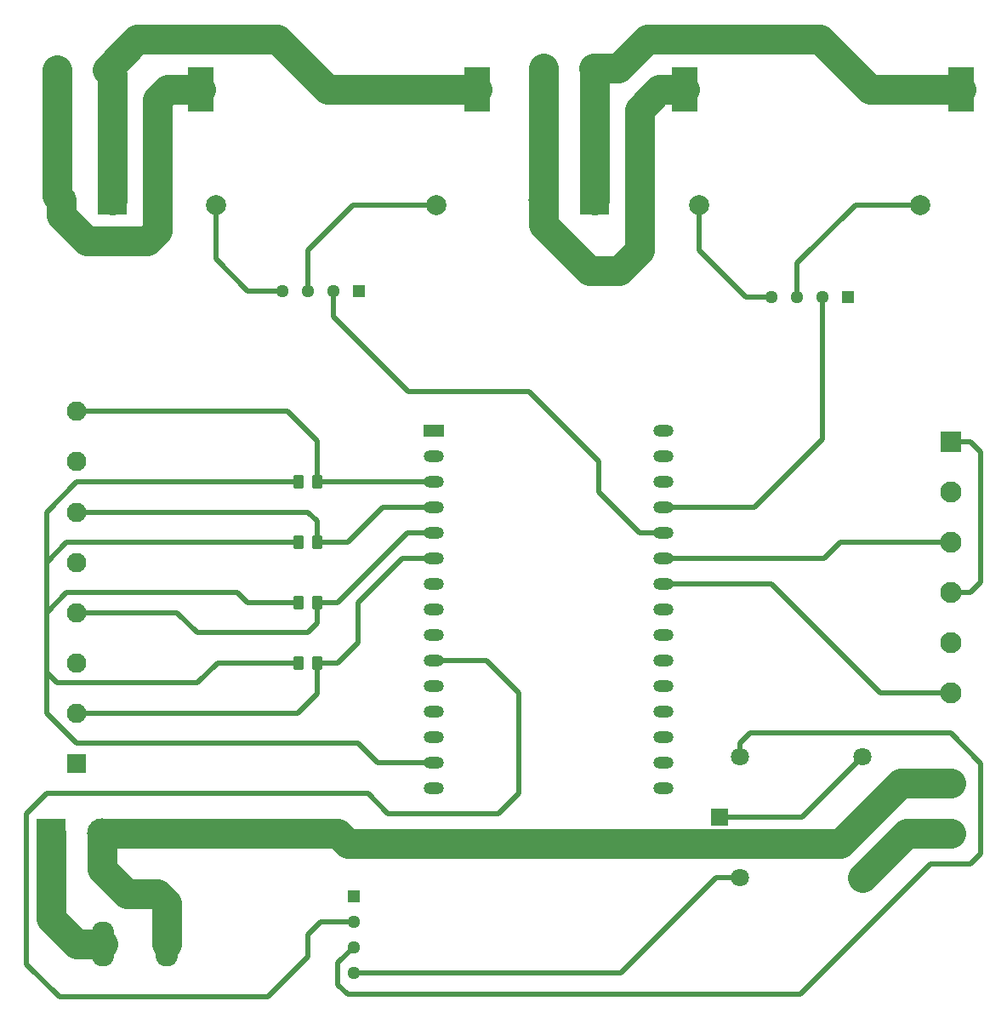
<source format=gbr>
G04 #@! TF.GenerationSoftware,KiCad,Pcbnew,8.0.3*
G04 #@! TF.CreationDate,2024-07-17T14:24:22-06:00*
G04 #@! TF.ProjectId,coilSafety,636f696c-5361-4666-9574-792e6b696361,v2*
G04 #@! TF.SameCoordinates,Original*
G04 #@! TF.FileFunction,Copper,L1,Top*
G04 #@! TF.FilePolarity,Positive*
%FSLAX46Y46*%
G04 Gerber Fmt 4.6, Leading zero omitted, Abs format (unit mm)*
G04 Created by KiCad (PCBNEW 8.0.3) date 2024-07-17 14:24:22*
%MOMM*%
%LPD*%
G01*
G04 APERTURE LIST*
G04 Aperture macros list*
%AMRoundRect*
0 Rectangle with rounded corners*
0 $1 Rounding radius*
0 $2 $3 $4 $5 $6 $7 $8 $9 X,Y pos of 4 corners*
0 Add a 4 corners polygon primitive as box body*
4,1,4,$2,$3,$4,$5,$6,$7,$8,$9,$2,$3,0*
0 Add four circle primitives for the rounded corners*
1,1,$1+$1,$2,$3*
1,1,$1+$1,$4,$5*
1,1,$1+$1,$6,$7*
1,1,$1+$1,$8,$9*
0 Add four rect primitives between the rounded corners*
20,1,$1+$1,$2,$3,$4,$5,0*
20,1,$1+$1,$4,$5,$6,$7,0*
20,1,$1+$1,$6,$7,$8,$9,0*
20,1,$1+$1,$8,$9,$2,$3,0*%
G04 Aperture macros list end*
G04 #@! TA.AperFunction,ComponentPad*
%ADD10R,1.950000X1.950000*%
G04 #@! TD*
G04 #@! TA.AperFunction,ComponentPad*
%ADD11C,1.950000*%
G04 #@! TD*
G04 #@! TA.AperFunction,ComponentPad*
%ADD12R,3.000000X3.000000*%
G04 #@! TD*
G04 #@! TA.AperFunction,ComponentPad*
%ADD13C,3.000000*%
G04 #@! TD*
G04 #@! TA.AperFunction,SMDPad,CuDef*
%ADD14RoundRect,0.250000X0.262500X0.450000X-0.262500X0.450000X-0.262500X-0.450000X0.262500X-0.450000X0*%
G04 #@! TD*
G04 #@! TA.AperFunction,ComponentPad*
%ADD15C,2.000000*%
G04 #@! TD*
G04 #@! TA.AperFunction,ComponentPad*
%ADD16R,2.500000X4.500000*%
G04 #@! TD*
G04 #@! TA.AperFunction,ComponentPad*
%ADD17R,1.288000X1.288000*%
G04 #@! TD*
G04 #@! TA.AperFunction,ComponentPad*
%ADD18C,1.288000*%
G04 #@! TD*
G04 #@! TA.AperFunction,ComponentPad*
%ADD19R,2.000000X1.200000*%
G04 #@! TD*
G04 #@! TA.AperFunction,ComponentPad*
%ADD20O,2.000000X1.200000*%
G04 #@! TD*
G04 #@! TA.AperFunction,ComponentPad*
%ADD21R,1.803400X1.803400*%
G04 #@! TD*
G04 #@! TA.AperFunction,ComponentPad*
%ADD22C,1.803400*%
G04 #@! TD*
G04 #@! TA.AperFunction,ComponentPad*
%ADD23O,2.250000X4.500000*%
G04 #@! TD*
G04 #@! TA.AperFunction,ComponentPad*
%ADD24R,2.100000X2.100000*%
G04 #@! TD*
G04 #@! TA.AperFunction,ComponentPad*
%ADD25C,2.100000*%
G04 #@! TD*
G04 #@! TA.AperFunction,Conductor*
%ADD26C,0.500000*%
G04 #@! TD*
G04 #@! TA.AperFunction,Conductor*
%ADD27C,3.000000*%
G04 #@! TD*
G04 APERTURE END LIST*
D10*
X106000000Y-57000000D03*
D11*
X111000000Y-57000000D03*
D12*
X159540000Y-70000000D03*
D13*
X154460000Y-70000000D03*
D12*
X111540000Y-70000000D03*
D13*
X106460000Y-70000000D03*
D14*
X131912500Y-98000000D03*
X130087500Y-98000000D03*
D10*
X154500000Y-56837500D03*
D11*
X159500000Y-56837500D03*
D15*
X170000000Y-70500000D03*
X192000000Y-70500000D03*
D16*
X196000000Y-59000000D03*
X168500000Y-59000000D03*
D17*
X136080000Y-79000000D03*
D18*
X133540000Y-79000000D03*
X131000000Y-79000000D03*
X128460000Y-79000000D03*
D17*
X135600000Y-139190000D03*
D18*
X135600000Y-141730000D03*
X135600000Y-144270000D03*
X135600000Y-146810000D03*
D10*
X108000000Y-126000000D03*
D11*
X108000000Y-121000000D03*
X108000000Y-116000000D03*
X108000000Y-111000000D03*
X108000000Y-106000000D03*
X108000000Y-101000000D03*
X108000000Y-96000000D03*
X108000000Y-91000000D03*
D12*
X105460000Y-133000000D03*
D13*
X110540000Y-133000000D03*
D14*
X131912500Y-104000000D03*
X130087500Y-104000000D03*
X131912500Y-110000000D03*
X130087500Y-110000000D03*
X131912500Y-116000000D03*
X130087500Y-116000000D03*
D19*
X143546000Y-92900260D03*
D20*
X143546000Y-95440260D03*
X143546000Y-97980260D03*
X143546000Y-100520260D03*
X143546000Y-103060260D03*
X143546000Y-105600260D03*
X143546000Y-108140260D03*
X143546000Y-110680260D03*
X143546000Y-113220260D03*
X143546000Y-115760260D03*
X143546000Y-118300260D03*
X143546000Y-120840260D03*
X143546000Y-123380260D03*
X143546000Y-125920260D03*
X143546000Y-128460260D03*
X166406000Y-128460260D03*
X166406000Y-125920260D03*
X166406000Y-123380260D03*
X166406000Y-120840260D03*
X166406000Y-118300260D03*
X166406000Y-115760260D03*
X166406000Y-113220260D03*
X166406000Y-110680260D03*
X166406000Y-108140260D03*
X166406000Y-105600260D03*
X166406000Y-103060260D03*
X166406000Y-100520260D03*
X166406000Y-97980260D03*
X166406000Y-95440260D03*
X166406000Y-92900260D03*
D17*
X184810000Y-79600000D03*
D18*
X182270000Y-79600000D03*
X179730000Y-79600000D03*
X177190000Y-79600000D03*
D21*
X172024400Y-131365000D03*
D22*
X174031000Y-137359400D03*
X186223000Y-137359400D03*
X186223000Y-125370600D03*
X174031000Y-125370600D03*
D23*
X116937500Y-144000000D03*
X110637500Y-144000000D03*
D24*
X195000000Y-94000000D03*
D25*
X195000000Y-99000000D03*
X195000000Y-104000000D03*
X195000000Y-109000000D03*
X195000000Y-114000000D03*
X195000000Y-119000000D03*
D10*
X195000000Y-128000000D03*
D11*
X195000000Y-133000000D03*
D15*
X121837500Y-70500000D03*
X143837500Y-70500000D03*
D16*
X147837500Y-59000000D03*
X120337500Y-59000000D03*
D26*
X180228600Y-131365000D02*
X186223000Y-125370600D01*
D27*
X105460000Y-141460000D02*
X105460000Y-133000000D01*
X108000000Y-144000000D02*
X105460000Y-141460000D01*
X110637500Y-144000000D02*
X108000000Y-144000000D01*
D26*
X172024400Y-131365000D02*
X180228600Y-131365000D01*
D27*
X134966700Y-133966700D02*
X184033300Y-133966700D01*
X134000000Y-133000000D02*
X134966700Y-133966700D01*
X116000000Y-139000000D02*
X113000000Y-139000000D01*
X116937500Y-139937500D02*
X116000000Y-139000000D01*
X110540000Y-136540000D02*
X110540000Y-133000000D01*
X113000000Y-139000000D02*
X110540000Y-136540000D01*
X110540000Y-133000000D02*
X134000000Y-133000000D01*
X184033300Y-133966700D02*
X190000000Y-128000000D01*
X116937500Y-144000000D02*
X116937500Y-139937500D01*
X190000000Y-128000000D02*
X195000000Y-128000000D01*
D26*
X134000000Y-110000000D02*
X140939740Y-103060260D01*
X118000000Y-111000000D02*
X120000000Y-113000000D01*
X131912500Y-112087500D02*
X131912500Y-110000000D01*
X131912500Y-110000000D02*
X134000000Y-110000000D01*
X108000000Y-111000000D02*
X118000000Y-111000000D01*
X120000000Y-113000000D02*
X131000000Y-113000000D01*
X140939740Y-103060260D02*
X143546000Y-103060260D01*
X131000000Y-113000000D02*
X131912500Y-112087500D01*
X134000000Y-116000000D02*
X136000000Y-114000000D01*
X140399740Y-105600260D02*
X143546000Y-105600260D01*
X136000000Y-110000000D02*
X140399740Y-105600260D01*
X131912500Y-119087500D02*
X131912500Y-116000000D01*
X130000000Y-121000000D02*
X131912500Y-119087500D01*
X136000000Y-114000000D02*
X136000000Y-110000000D01*
X131912500Y-116000000D02*
X134000000Y-116000000D01*
X108000000Y-121000000D02*
X130000000Y-121000000D01*
X131000000Y-101000000D02*
X131912500Y-101912500D01*
X131912500Y-101912500D02*
X131912500Y-104000000D01*
X135000000Y-104000000D02*
X138479740Y-100520260D01*
X138479740Y-100520260D02*
X143546000Y-100520260D01*
X131912500Y-104000000D02*
X135000000Y-104000000D01*
X108000000Y-101000000D02*
X131000000Y-101000000D01*
X133000000Y-98000000D02*
X133019740Y-97980260D01*
X108000000Y-91000000D02*
X129000000Y-91000000D01*
X131912500Y-98000000D02*
X133000000Y-98000000D01*
X129000000Y-91000000D02*
X131912500Y-93912500D01*
X133019740Y-97980260D02*
X143546000Y-97980260D01*
X131912500Y-93912500D02*
X131912500Y-98000000D01*
D27*
X159540000Y-70000000D02*
X159540000Y-56877500D01*
X161877500Y-56877500D02*
X164755000Y-54000000D01*
X187000000Y-59000000D02*
X196000000Y-59000000D01*
X182000000Y-54000000D02*
X187000000Y-59000000D01*
X164755000Y-54000000D02*
X182000000Y-54000000D01*
X159540000Y-56877500D02*
X159500000Y-56837500D01*
X159540000Y-56877500D02*
X161877500Y-56877500D01*
X164000000Y-61000000D02*
X164000000Y-75000000D01*
X168500000Y-59000000D02*
X166000000Y-59000000D01*
X164000000Y-75000000D02*
X162000000Y-77000000D01*
X154460000Y-72460000D02*
X154460000Y-70000000D01*
X154460000Y-70000000D02*
X154460000Y-56877500D01*
X166000000Y-59000000D02*
X164000000Y-61000000D01*
X154460000Y-56877500D02*
X154500000Y-56837500D01*
X162000000Y-77000000D02*
X159000000Y-77000000D01*
X159000000Y-77000000D02*
X154460000Y-72460000D01*
X114000000Y-54000000D02*
X111000000Y-57000000D01*
X111540000Y-70000000D02*
X111540000Y-57540000D01*
X133000000Y-59000000D02*
X128000000Y-54000000D01*
X128000000Y-54000000D02*
X114000000Y-54000000D01*
X147837500Y-59000000D02*
X133000000Y-59000000D01*
X111540000Y-57540000D02*
X111000000Y-57000000D01*
X120337500Y-59000000D02*
X117000000Y-59000000D01*
X115000000Y-74000000D02*
X109000000Y-74000000D01*
X106460000Y-71460000D02*
X106460000Y-70000000D01*
X109000000Y-74000000D02*
X106460000Y-71460000D01*
X106000000Y-57000000D02*
X106000000Y-69540000D01*
X116000000Y-60000000D02*
X116000000Y-73000000D01*
X116000000Y-73000000D02*
X115000000Y-74000000D01*
X106000000Y-69540000D02*
X106460000Y-70000000D01*
X117000000Y-59000000D02*
X116000000Y-60000000D01*
D26*
X195000000Y-109000000D02*
X197000000Y-109000000D01*
X197000000Y-94000000D02*
X195000000Y-94000000D01*
X197000000Y-109000000D02*
X198000000Y-108000000D01*
X198000000Y-95000000D02*
X197000000Y-94000000D01*
X198000000Y-108000000D02*
X198000000Y-95000000D01*
X182399740Y-105600260D02*
X166406000Y-105600260D01*
X184000000Y-104000000D02*
X182399740Y-105600260D01*
X195000000Y-104000000D02*
X184000000Y-104000000D01*
X188000000Y-119000000D02*
X177140260Y-108140260D01*
X177140260Y-108140260D02*
X166406000Y-108140260D01*
X195000000Y-119000000D02*
X188000000Y-119000000D01*
D27*
X186223000Y-137359400D02*
X190582400Y-133000000D01*
X190582400Y-133000000D02*
X195000000Y-133000000D01*
D26*
X135600000Y-146810000D02*
X162190000Y-146810000D01*
X162190000Y-146810000D02*
X171640600Y-137359400D01*
X171640600Y-137359400D02*
X174031000Y-137359400D01*
X193000000Y-136000000D02*
X197000000Y-136000000D01*
X174031000Y-123969000D02*
X174031000Y-125370600D01*
X135600000Y-144270000D02*
X134000000Y-145870000D01*
X175000000Y-123000000D02*
X174031000Y-123969000D01*
X134000000Y-148000000D02*
X135000000Y-149000000D01*
X180000000Y-149000000D02*
X193000000Y-136000000D01*
X198000000Y-126000000D02*
X195000000Y-123000000D01*
X195000000Y-123000000D02*
X175000000Y-123000000D01*
X134000000Y-145870000D02*
X134000000Y-148000000D01*
X197000000Y-136000000D02*
X198000000Y-135000000D01*
X198000000Y-135000000D02*
X198000000Y-126000000D01*
X135000000Y-149000000D02*
X180000000Y-149000000D01*
X153000000Y-89000000D02*
X160000000Y-96000000D01*
X160000000Y-96000000D02*
X160000000Y-99000000D01*
X160000000Y-99000000D02*
X164060260Y-103060260D01*
X141000000Y-89000000D02*
X153000000Y-89000000D01*
X133540000Y-79000000D02*
X133540000Y-81540000D01*
X164060260Y-103060260D02*
X166406000Y-103060260D01*
X133540000Y-81540000D02*
X141000000Y-89000000D01*
X175479740Y-100520260D02*
X166406000Y-100520260D01*
X182270000Y-79600000D02*
X182270000Y-93730000D01*
X182270000Y-93730000D02*
X175479740Y-100520260D01*
X139000000Y-131000000D02*
X150000000Y-131000000D01*
X103000000Y-146000000D02*
X103000000Y-131000000D01*
X106250000Y-149250000D02*
X103000000Y-146000000D01*
X148760260Y-115760260D02*
X143546000Y-115760260D01*
X132270000Y-141730000D02*
X131000000Y-143000000D01*
X105000000Y-129000000D02*
X137000000Y-129000000D01*
X150000000Y-131000000D02*
X152000000Y-129000000D01*
X137000000Y-129000000D02*
X139000000Y-131000000D01*
X103000000Y-131000000D02*
X105000000Y-129000000D01*
X131000000Y-143000000D02*
X131000000Y-145250000D01*
X152000000Y-119000000D02*
X148760260Y-115760260D01*
X135600000Y-141730000D02*
X132270000Y-141730000D01*
X152000000Y-129000000D02*
X152000000Y-119000000D01*
X131000000Y-145250000D02*
X127000000Y-149250000D01*
X127000000Y-149250000D02*
X106250000Y-149250000D01*
X170000000Y-75000000D02*
X170000000Y-70500000D01*
X174600000Y-79600000D02*
X170000000Y-75000000D01*
X177190000Y-79600000D02*
X174600000Y-79600000D01*
X185500000Y-70500000D02*
X192000000Y-70500000D01*
X179730000Y-76270000D02*
X185500000Y-70500000D01*
X179730000Y-79600000D02*
X179730000Y-76270000D01*
X125000000Y-79000000D02*
X121837500Y-75837500D01*
X128460000Y-79000000D02*
X125000000Y-79000000D01*
X121837500Y-75837500D02*
X121837500Y-70500000D01*
X131000000Y-79000000D02*
X131000000Y-75000000D01*
X131000000Y-75000000D02*
X135500000Y-70500000D01*
X135500000Y-70500000D02*
X143837500Y-70500000D01*
X120000000Y-118000000D02*
X106000000Y-118000000D01*
X108000000Y-124000000D02*
X136000000Y-124000000D01*
X136000000Y-124000000D02*
X137920260Y-125920260D01*
X107000000Y-104000000D02*
X105000000Y-106000000D01*
X105000000Y-111000000D02*
X105000000Y-106000000D01*
X130087500Y-104000000D02*
X107000000Y-104000000D01*
X105000000Y-121000000D02*
X108000000Y-124000000D01*
X105000000Y-117000000D02*
X105000000Y-121000000D01*
X124000000Y-109000000D02*
X125000000Y-110000000D01*
X108000000Y-98000000D02*
X130087500Y-98000000D01*
X106000000Y-118000000D02*
X105000000Y-117000000D01*
X122000000Y-116000000D02*
X120000000Y-118000000D01*
X105000000Y-106000000D02*
X105000000Y-101000000D01*
X137920260Y-125920260D02*
X143546000Y-125920260D01*
X107000000Y-109000000D02*
X124000000Y-109000000D01*
X125000000Y-110000000D02*
X130087500Y-110000000D01*
X130087500Y-116000000D02*
X122000000Y-116000000D01*
X105000000Y-101000000D02*
X108000000Y-98000000D01*
X105000000Y-111000000D02*
X107000000Y-109000000D01*
X105000000Y-117000000D02*
X105000000Y-111000000D01*
M02*

</source>
